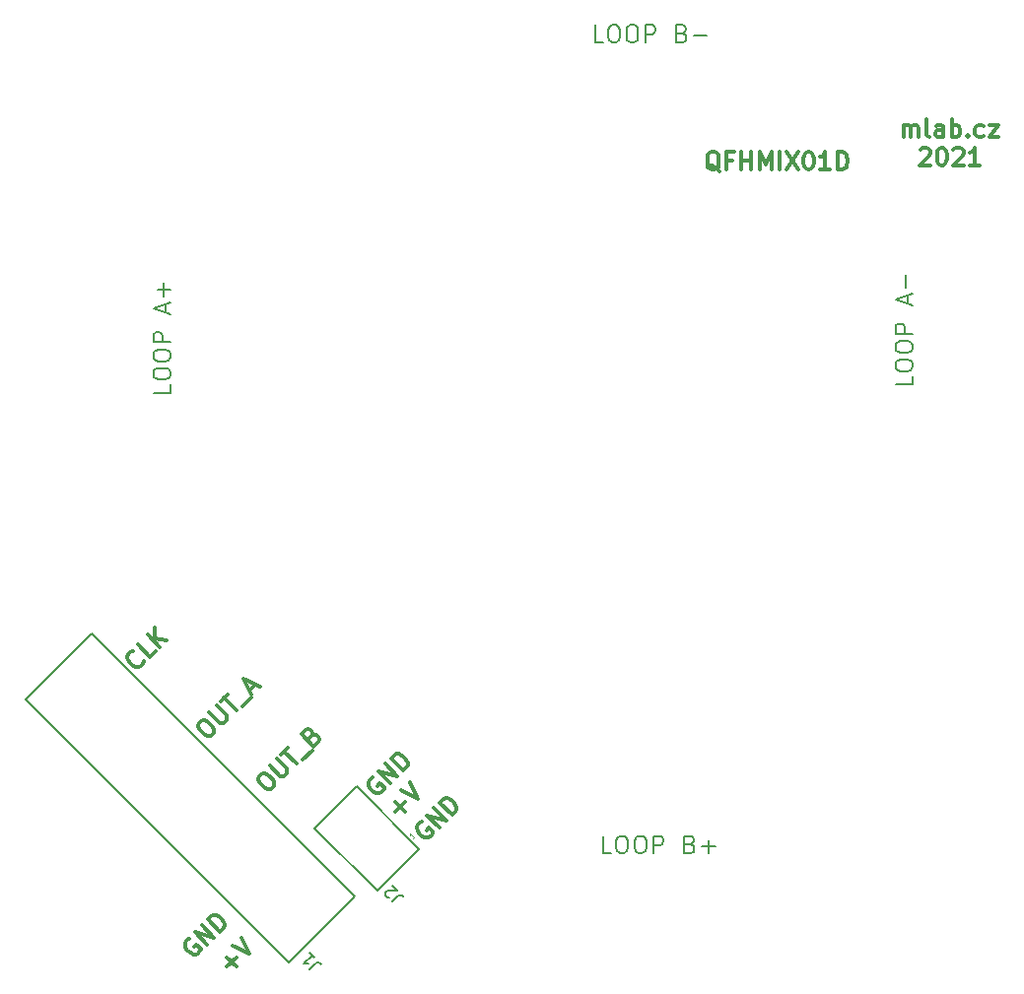
<source format=gbr>
%TF.GenerationSoftware,KiCad,Pcbnew,6.0.4-6f826c9f35~116~ubuntu20.04.1*%
%TF.CreationDate,2022-04-04T16:57:45+00:00*%
%TF.ProjectId,QFHMIX01D,5146484d-4958-4303-9144-2e6b69636164,REV 0.2*%
%TF.SameCoordinates,Original*%
%TF.FileFunction,Legend,Top*%
%TF.FilePolarity,Positive*%
%FSLAX46Y46*%
G04 Gerber Fmt 4.6, Leading zero omitted, Abs format (unit mm)*
G04 Created by KiCad (PCBNEW 6.0.4-6f826c9f35~116~ubuntu20.04.1) date 2022-04-04 16:57:45*
%MOMM*%
%LPD*%
G01*
G04 APERTURE LIST*
%ADD10C,0.300000*%
%ADD11C,0.200000*%
%ADD12C,0.150000*%
%ADD13C,0.050000*%
G04 APERTURE END LIST*
D10*
X138155131Y-120695391D02*
X138963253Y-119887269D01*
X138963253Y-120695391D02*
X138155131Y-119887269D01*
X138660208Y-118877116D02*
X140074421Y-119584223D01*
X139367314Y-118170009D01*
X140393547Y-121562791D02*
X140242024Y-121613299D01*
X140090502Y-121764822D01*
X139989486Y-121966852D01*
X139989486Y-122168883D01*
X140039994Y-122320406D01*
X140191517Y-122572944D01*
X140343040Y-122724467D01*
X140595578Y-122875990D01*
X140747101Y-122926497D01*
X140949131Y-122926497D01*
X141151162Y-122825482D01*
X141252177Y-122724467D01*
X141353192Y-122522436D01*
X141353192Y-122421421D01*
X140999639Y-122067868D01*
X140797608Y-122269898D01*
X141908776Y-122067868D02*
X140848116Y-121007208D01*
X142514868Y-121461776D01*
X141454208Y-120401116D01*
X143019944Y-120956700D02*
X141959284Y-119896040D01*
X142211822Y-119643502D01*
X142413852Y-119542486D01*
X142615883Y-119542486D01*
X142767406Y-119592994D01*
X143019944Y-119744517D01*
X143171467Y-119896040D01*
X143322990Y-120148578D01*
X143373497Y-120300101D01*
X143373497Y-120502131D01*
X143272482Y-120704162D01*
X143019944Y-120956700D01*
X120454547Y-131595791D02*
X120303024Y-131646299D01*
X120151502Y-131797822D01*
X120050486Y-131999852D01*
X120050486Y-132201883D01*
X120100994Y-132353406D01*
X120252517Y-132605944D01*
X120404040Y-132757467D01*
X120656578Y-132908990D01*
X120808101Y-132959497D01*
X121010131Y-132959497D01*
X121212162Y-132858482D01*
X121313177Y-132757467D01*
X121414192Y-132555436D01*
X121414192Y-132454421D01*
X121060639Y-132100868D01*
X120858608Y-132302898D01*
X121969776Y-132100868D02*
X120909116Y-131040208D01*
X122575868Y-131494776D01*
X121515208Y-130434116D01*
X123080944Y-130989700D02*
X122020284Y-129929040D01*
X122272822Y-129676502D01*
X122474852Y-129575486D01*
X122676883Y-129575486D01*
X122828406Y-129625994D01*
X123080944Y-129777517D01*
X123232467Y-129929040D01*
X123383990Y-130181578D01*
X123434497Y-130333101D01*
X123434497Y-130535131D01*
X123333482Y-130737162D01*
X123080944Y-130989700D01*
X123677131Y-134030391D02*
X124485253Y-133222269D01*
X124485253Y-134030391D02*
X123677131Y-133222269D01*
X124182208Y-132212116D02*
X125596421Y-132919223D01*
X124889314Y-131505009D01*
X116497461Y-107760152D02*
X116497461Y-107861167D01*
X116396446Y-108063198D01*
X116295431Y-108164213D01*
X116093400Y-108265228D01*
X115891370Y-108265228D01*
X115739847Y-108214721D01*
X115487309Y-108063198D01*
X115335786Y-107911675D01*
X115184263Y-107659137D01*
X115133755Y-107507614D01*
X115133755Y-107305583D01*
X115234771Y-107103553D01*
X115335786Y-107002538D01*
X115537816Y-106901522D01*
X115638832Y-106901522D01*
X117558122Y-106901522D02*
X117053045Y-107406599D01*
X115992385Y-106345938D01*
X117911675Y-106547969D02*
X116851015Y-105487309D01*
X118517766Y-105941877D02*
X117457106Y-105790355D01*
X117457106Y-104881217D02*
X117457106Y-106093400D01*
X126424111Y-117664213D02*
X126626141Y-117462183D01*
X126777664Y-117411675D01*
X126979694Y-117411675D01*
X127232233Y-117563198D01*
X127585786Y-117916751D01*
X127737309Y-118169289D01*
X127737309Y-118371320D01*
X127686801Y-118522843D01*
X127484771Y-118724873D01*
X127333248Y-118775381D01*
X127131217Y-118775381D01*
X126878679Y-118623858D01*
X126525126Y-118270305D01*
X126373603Y-118017766D01*
X126373603Y-117815736D01*
X126424111Y-117664213D01*
X127333248Y-116755076D02*
X128191877Y-117613705D01*
X128343400Y-117664213D01*
X128444416Y-117664213D01*
X128595938Y-117613705D01*
X128797969Y-117411675D01*
X128848477Y-117260152D01*
X128848477Y-117159137D01*
X128797969Y-117007614D01*
X127939339Y-116148984D01*
X128292893Y-115795431D02*
X128898984Y-115189339D01*
X129656599Y-116553045D02*
X128595938Y-115492385D01*
X130161675Y-116250000D02*
X130969797Y-115441877D01*
X130919289Y-114179187D02*
X131121320Y-114078172D01*
X131222335Y-114078172D01*
X131373858Y-114128679D01*
X131525381Y-114280202D01*
X131575888Y-114431725D01*
X131575888Y-114532740D01*
X131525381Y-114684263D01*
X131121320Y-115088324D01*
X130060660Y-114027664D01*
X130414213Y-113674111D01*
X130565736Y-113623603D01*
X130666751Y-113623603D01*
X130818274Y-113674111D01*
X130919289Y-113775126D01*
X130969797Y-113926649D01*
X130969797Y-114027664D01*
X130919289Y-114179187D01*
X130565736Y-114532740D01*
X166003114Y-65642228D02*
X165860257Y-65570800D01*
X165717400Y-65427942D01*
X165503114Y-65213657D01*
X165360257Y-65142228D01*
X165217400Y-65142228D01*
X165288828Y-65499371D02*
X165145971Y-65427942D01*
X165003114Y-65285085D01*
X164931685Y-64999371D01*
X164931685Y-64499371D01*
X165003114Y-64213657D01*
X165145971Y-64070800D01*
X165288828Y-63999371D01*
X165574542Y-63999371D01*
X165717400Y-64070800D01*
X165860257Y-64213657D01*
X165931685Y-64499371D01*
X165931685Y-64999371D01*
X165860257Y-65285085D01*
X165717400Y-65427942D01*
X165574542Y-65499371D01*
X165288828Y-65499371D01*
X167074542Y-64713657D02*
X166574542Y-64713657D01*
X166574542Y-65499371D02*
X166574542Y-63999371D01*
X167288828Y-63999371D01*
X167860257Y-65499371D02*
X167860257Y-63999371D01*
X167860257Y-64713657D02*
X168717400Y-64713657D01*
X168717400Y-65499371D02*
X168717400Y-63999371D01*
X169431685Y-65499371D02*
X169431685Y-63999371D01*
X169931685Y-65070800D01*
X170431685Y-63999371D01*
X170431685Y-65499371D01*
X171145971Y-65499371D02*
X171145971Y-63999371D01*
X171717400Y-63999371D02*
X172717400Y-65499371D01*
X172717400Y-63999371D02*
X171717400Y-65499371D01*
X173574542Y-63999371D02*
X173717400Y-63999371D01*
X173860257Y-64070800D01*
X173931685Y-64142228D01*
X174003114Y-64285085D01*
X174074542Y-64570800D01*
X174074542Y-64927942D01*
X174003114Y-65213657D01*
X173931685Y-65356514D01*
X173860257Y-65427942D01*
X173717400Y-65499371D01*
X173574542Y-65499371D01*
X173431685Y-65427942D01*
X173360257Y-65356514D01*
X173288828Y-65213657D01*
X173217400Y-64927942D01*
X173217400Y-64570800D01*
X173288828Y-64285085D01*
X173360257Y-64142228D01*
X173431685Y-64070800D01*
X173574542Y-63999371D01*
X175503114Y-65499371D02*
X174645971Y-65499371D01*
X175074542Y-65499371D02*
X175074542Y-63999371D01*
X174931685Y-64213657D01*
X174788828Y-64356514D01*
X174645971Y-64427942D01*
X176145971Y-65499371D02*
X176145971Y-63999371D01*
X176503114Y-63999371D01*
X176717400Y-64070800D01*
X176860257Y-64213657D01*
X176931685Y-64356514D01*
X177003114Y-64642228D01*
X177003114Y-64856514D01*
X176931685Y-65142228D01*
X176860257Y-65285085D01*
X176717400Y-65427942D01*
X176503114Y-65499371D01*
X176145971Y-65499371D01*
X121249872Y-113088452D02*
X121451902Y-112886421D01*
X121603425Y-112835913D01*
X121805456Y-112835913D01*
X122057994Y-112987436D01*
X122411547Y-113340990D01*
X122563070Y-113593528D01*
X122563070Y-113795558D01*
X122512563Y-113947081D01*
X122310532Y-114149112D01*
X122159009Y-114199619D01*
X121956979Y-114199619D01*
X121704441Y-114048097D01*
X121350887Y-113694543D01*
X121199364Y-113442005D01*
X121199364Y-113239975D01*
X121249872Y-113088452D01*
X122159009Y-112179314D02*
X123017639Y-113037944D01*
X123169162Y-113088452D01*
X123270177Y-113088452D01*
X123421700Y-113037944D01*
X123623730Y-112835913D01*
X123674238Y-112684391D01*
X123674238Y-112583375D01*
X123623730Y-112431852D01*
X122765101Y-111573223D01*
X123118654Y-111219669D02*
X123724746Y-110613578D01*
X124482360Y-111977284D02*
X123421700Y-110916624D01*
X124987436Y-111674238D02*
X125795558Y-110866116D01*
X125593528Y-110260024D02*
X126098604Y-109754948D01*
X125795558Y-110664086D02*
X125088452Y-109249872D01*
X126502665Y-109956979D01*
D11*
X182593371Y-83248000D02*
X182593371Y-83962285D01*
X181093371Y-83962285D01*
X181093371Y-82462285D02*
X181093371Y-82176571D01*
X181164800Y-82033714D01*
X181307657Y-81890857D01*
X181593371Y-81819428D01*
X182093371Y-81819428D01*
X182379085Y-81890857D01*
X182521942Y-82033714D01*
X182593371Y-82176571D01*
X182593371Y-82462285D01*
X182521942Y-82605142D01*
X182379085Y-82748000D01*
X182093371Y-82819428D01*
X181593371Y-82819428D01*
X181307657Y-82748000D01*
X181164800Y-82605142D01*
X181093371Y-82462285D01*
X181093371Y-80890857D02*
X181093371Y-80605142D01*
X181164800Y-80462285D01*
X181307657Y-80319428D01*
X181593371Y-80248000D01*
X182093371Y-80248000D01*
X182379085Y-80319428D01*
X182521942Y-80462285D01*
X182593371Y-80605142D01*
X182593371Y-80890857D01*
X182521942Y-81033714D01*
X182379085Y-81176571D01*
X182093371Y-81248000D01*
X181593371Y-81248000D01*
X181307657Y-81176571D01*
X181164800Y-81033714D01*
X181093371Y-80890857D01*
X182593371Y-79605142D02*
X181093371Y-79605142D01*
X181093371Y-79033714D01*
X181164800Y-78890857D01*
X181236228Y-78819428D01*
X181379085Y-78748000D01*
X181593371Y-78748000D01*
X181736228Y-78819428D01*
X181807657Y-78890857D01*
X181879085Y-79033714D01*
X181879085Y-79605142D01*
X182164800Y-77033714D02*
X182164800Y-76319428D01*
X182593371Y-77176571D02*
X181093371Y-76676571D01*
X182593371Y-76176571D01*
X182021942Y-75676571D02*
X182021942Y-74533714D01*
X156674857Y-124274971D02*
X155960571Y-124274971D01*
X155960571Y-122774971D01*
X157460571Y-122774971D02*
X157746285Y-122774971D01*
X157889142Y-122846400D01*
X158032000Y-122989257D01*
X158103428Y-123274971D01*
X158103428Y-123774971D01*
X158032000Y-124060685D01*
X157889142Y-124203542D01*
X157746285Y-124274971D01*
X157460571Y-124274971D01*
X157317714Y-124203542D01*
X157174857Y-124060685D01*
X157103428Y-123774971D01*
X157103428Y-123274971D01*
X157174857Y-122989257D01*
X157317714Y-122846400D01*
X157460571Y-122774971D01*
X159032000Y-122774971D02*
X159317714Y-122774971D01*
X159460571Y-122846400D01*
X159603428Y-122989257D01*
X159674857Y-123274971D01*
X159674857Y-123774971D01*
X159603428Y-124060685D01*
X159460571Y-124203542D01*
X159317714Y-124274971D01*
X159032000Y-124274971D01*
X158889142Y-124203542D01*
X158746285Y-124060685D01*
X158674857Y-123774971D01*
X158674857Y-123274971D01*
X158746285Y-122989257D01*
X158889142Y-122846400D01*
X159032000Y-122774971D01*
X160317714Y-124274971D02*
X160317714Y-122774971D01*
X160889142Y-122774971D01*
X161032000Y-122846400D01*
X161103428Y-122917828D01*
X161174857Y-123060685D01*
X161174857Y-123274971D01*
X161103428Y-123417828D01*
X161032000Y-123489257D01*
X160889142Y-123560685D01*
X160317714Y-123560685D01*
X163460571Y-123489257D02*
X163674857Y-123560685D01*
X163746285Y-123632114D01*
X163817714Y-123774971D01*
X163817714Y-123989257D01*
X163746285Y-124132114D01*
X163674857Y-124203542D01*
X163532000Y-124274971D01*
X162960571Y-124274971D01*
X162960571Y-122774971D01*
X163460571Y-122774971D01*
X163603428Y-122846400D01*
X163674857Y-122917828D01*
X163746285Y-123060685D01*
X163746285Y-123203542D01*
X163674857Y-123346400D01*
X163603428Y-123417828D01*
X163460571Y-123489257D01*
X162960571Y-123489257D01*
X164460571Y-123703542D02*
X165603428Y-123703542D01*
X165032000Y-124274971D02*
X165032000Y-123132114D01*
X155989057Y-54577371D02*
X155274771Y-54577371D01*
X155274771Y-53077371D01*
X156774771Y-53077371D02*
X157060485Y-53077371D01*
X157203342Y-53148800D01*
X157346200Y-53291657D01*
X157417628Y-53577371D01*
X157417628Y-54077371D01*
X157346200Y-54363085D01*
X157203342Y-54505942D01*
X157060485Y-54577371D01*
X156774771Y-54577371D01*
X156631914Y-54505942D01*
X156489057Y-54363085D01*
X156417628Y-54077371D01*
X156417628Y-53577371D01*
X156489057Y-53291657D01*
X156631914Y-53148800D01*
X156774771Y-53077371D01*
X158346200Y-53077371D02*
X158631914Y-53077371D01*
X158774771Y-53148800D01*
X158917628Y-53291657D01*
X158989057Y-53577371D01*
X158989057Y-54077371D01*
X158917628Y-54363085D01*
X158774771Y-54505942D01*
X158631914Y-54577371D01*
X158346200Y-54577371D01*
X158203342Y-54505942D01*
X158060485Y-54363085D01*
X157989057Y-54077371D01*
X157989057Y-53577371D01*
X158060485Y-53291657D01*
X158203342Y-53148800D01*
X158346200Y-53077371D01*
X159631914Y-54577371D02*
X159631914Y-53077371D01*
X160203342Y-53077371D01*
X160346200Y-53148800D01*
X160417628Y-53220228D01*
X160489057Y-53363085D01*
X160489057Y-53577371D01*
X160417628Y-53720228D01*
X160346200Y-53791657D01*
X160203342Y-53863085D01*
X159631914Y-53863085D01*
X162774771Y-53791657D02*
X162989057Y-53863085D01*
X163060485Y-53934514D01*
X163131914Y-54077371D01*
X163131914Y-54291657D01*
X163060485Y-54434514D01*
X162989057Y-54505942D01*
X162846200Y-54577371D01*
X162274771Y-54577371D01*
X162274771Y-53077371D01*
X162774771Y-53077371D01*
X162917628Y-53148800D01*
X162989057Y-53220228D01*
X163060485Y-53363085D01*
X163060485Y-53505942D01*
X162989057Y-53648800D01*
X162917628Y-53720228D01*
X162774771Y-53791657D01*
X162274771Y-53791657D01*
X163774771Y-54005942D02*
X164917628Y-54005942D01*
X118839371Y-83984600D02*
X118839371Y-84698885D01*
X117339371Y-84698885D01*
X117339371Y-83198885D02*
X117339371Y-82913171D01*
X117410800Y-82770314D01*
X117553657Y-82627457D01*
X117839371Y-82556028D01*
X118339371Y-82556028D01*
X118625085Y-82627457D01*
X118767942Y-82770314D01*
X118839371Y-82913171D01*
X118839371Y-83198885D01*
X118767942Y-83341742D01*
X118625085Y-83484600D01*
X118339371Y-83556028D01*
X117839371Y-83556028D01*
X117553657Y-83484600D01*
X117410800Y-83341742D01*
X117339371Y-83198885D01*
X117339371Y-81627457D02*
X117339371Y-81341742D01*
X117410800Y-81198885D01*
X117553657Y-81056028D01*
X117839371Y-80984600D01*
X118339371Y-80984600D01*
X118625085Y-81056028D01*
X118767942Y-81198885D01*
X118839371Y-81341742D01*
X118839371Y-81627457D01*
X118767942Y-81770314D01*
X118625085Y-81913171D01*
X118339371Y-81984600D01*
X117839371Y-81984600D01*
X117553657Y-81913171D01*
X117410800Y-81770314D01*
X117339371Y-81627457D01*
X118839371Y-80341742D02*
X117339371Y-80341742D01*
X117339371Y-79770314D01*
X117410800Y-79627457D01*
X117482228Y-79556028D01*
X117625085Y-79484600D01*
X117839371Y-79484600D01*
X117982228Y-79556028D01*
X118053657Y-79627457D01*
X118125085Y-79770314D01*
X118125085Y-80341742D01*
X118410800Y-77770314D02*
X118410800Y-77056028D01*
X118839371Y-77913171D02*
X117339371Y-77413171D01*
X118839371Y-76913171D01*
X118267942Y-76413171D02*
X118267942Y-75270314D01*
X118839371Y-75841742D02*
X117696514Y-75841742D01*
D10*
X181801000Y-62717071D02*
X181801000Y-61717071D01*
X181801000Y-61859928D02*
X181872428Y-61788500D01*
X182015285Y-61717071D01*
X182229571Y-61717071D01*
X182372428Y-61788500D01*
X182443857Y-61931357D01*
X182443857Y-62717071D01*
X182443857Y-61931357D02*
X182515285Y-61788500D01*
X182658142Y-61717071D01*
X182872428Y-61717071D01*
X183015285Y-61788500D01*
X183086714Y-61931357D01*
X183086714Y-62717071D01*
X184015285Y-62717071D02*
X183872428Y-62645642D01*
X183801000Y-62502785D01*
X183801000Y-61217071D01*
X185229571Y-62717071D02*
X185229571Y-61931357D01*
X185158142Y-61788500D01*
X185015285Y-61717071D01*
X184729571Y-61717071D01*
X184586714Y-61788500D01*
X185229571Y-62645642D02*
X185086714Y-62717071D01*
X184729571Y-62717071D01*
X184586714Y-62645642D01*
X184515285Y-62502785D01*
X184515285Y-62359928D01*
X184586714Y-62217071D01*
X184729571Y-62145642D01*
X185086714Y-62145642D01*
X185229571Y-62074214D01*
X185943857Y-62717071D02*
X185943857Y-61217071D01*
X185943857Y-61788500D02*
X186086714Y-61717071D01*
X186372428Y-61717071D01*
X186515285Y-61788500D01*
X186586714Y-61859928D01*
X186658142Y-62002785D01*
X186658142Y-62431357D01*
X186586714Y-62574214D01*
X186515285Y-62645642D01*
X186372428Y-62717071D01*
X186086714Y-62717071D01*
X185943857Y-62645642D01*
X187301000Y-62574214D02*
X187372428Y-62645642D01*
X187301000Y-62717071D01*
X187229571Y-62645642D01*
X187301000Y-62574214D01*
X187301000Y-62717071D01*
X188658142Y-62645642D02*
X188515285Y-62717071D01*
X188229571Y-62717071D01*
X188086714Y-62645642D01*
X188015285Y-62574214D01*
X187943857Y-62431357D01*
X187943857Y-62002785D01*
X188015285Y-61859928D01*
X188086714Y-61788500D01*
X188229571Y-61717071D01*
X188515285Y-61717071D01*
X188658142Y-61788500D01*
X189158142Y-61717071D02*
X189943857Y-61717071D01*
X189158142Y-62717071D01*
X189943857Y-62717071D01*
X183229571Y-63774928D02*
X183301000Y-63703500D01*
X183443857Y-63632071D01*
X183801000Y-63632071D01*
X183943857Y-63703500D01*
X184015285Y-63774928D01*
X184086714Y-63917785D01*
X184086714Y-64060642D01*
X184015285Y-64274928D01*
X183158142Y-65132071D01*
X184086714Y-65132071D01*
X185015285Y-63632071D02*
X185158142Y-63632071D01*
X185301000Y-63703500D01*
X185372428Y-63774928D01*
X185443857Y-63917785D01*
X185515285Y-64203500D01*
X185515285Y-64560642D01*
X185443857Y-64846357D01*
X185372428Y-64989214D01*
X185301000Y-65060642D01*
X185158142Y-65132071D01*
X185015285Y-65132071D01*
X184872428Y-65060642D01*
X184801000Y-64989214D01*
X184729571Y-64846357D01*
X184658142Y-64560642D01*
X184658142Y-64203500D01*
X184729571Y-63917785D01*
X184801000Y-63774928D01*
X184872428Y-63703500D01*
X185015285Y-63632071D01*
X186086714Y-63774928D02*
X186158142Y-63703500D01*
X186301000Y-63632071D01*
X186658142Y-63632071D01*
X186801000Y-63703500D01*
X186872428Y-63774928D01*
X186943857Y-63917785D01*
X186943857Y-64060642D01*
X186872428Y-64274928D01*
X186015285Y-65132071D01*
X186943857Y-65132071D01*
X188372428Y-65132071D02*
X187515285Y-65132071D01*
X187943857Y-65132071D02*
X187943857Y-63632071D01*
X187801000Y-63846357D01*
X187658142Y-63989214D01*
X187515285Y-64060642D01*
X136202547Y-117752791D02*
X136051024Y-117803299D01*
X135899502Y-117954822D01*
X135798486Y-118156852D01*
X135798486Y-118358883D01*
X135848994Y-118510406D01*
X136000517Y-118762944D01*
X136152040Y-118914467D01*
X136404578Y-119065990D01*
X136556101Y-119116497D01*
X136758131Y-119116497D01*
X136960162Y-119015482D01*
X137061177Y-118914467D01*
X137162192Y-118712436D01*
X137162192Y-118611421D01*
X136808639Y-118257868D01*
X136606608Y-118459898D01*
X137717776Y-118257868D02*
X136657116Y-117197208D01*
X138323868Y-117651776D01*
X137263208Y-116591116D01*
X138828944Y-117146700D02*
X137768284Y-116086040D01*
X138020822Y-115833502D01*
X138222852Y-115732486D01*
X138424883Y-115732486D01*
X138576406Y-115782994D01*
X138828944Y-115934517D01*
X138980467Y-116086040D01*
X139131990Y-116338578D01*
X139182497Y-116490101D01*
X139182497Y-116692131D01*
X139081482Y-116894162D01*
X138828944Y-117146700D01*
D12*
%TO.C,J1*%
X130783567Y-134252216D02*
X131288643Y-133747140D01*
X131423330Y-133679796D01*
X131558017Y-133679796D01*
X131692704Y-133747140D01*
X131760047Y-133814483D01*
X130783567Y-132838002D02*
X131187628Y-133242063D01*
X130985597Y-133040033D02*
X130278490Y-133747140D01*
X130446849Y-133713468D01*
X130581536Y-133713468D01*
X130682551Y-133747140D01*
%TO.C,J2*%
X137859014Y-128426576D02*
X138364090Y-127921500D01*
X138498777Y-127854156D01*
X138633464Y-127854156D01*
X138768151Y-127921500D01*
X138835494Y-127988843D01*
X137623311Y-128056187D02*
X137555968Y-128056187D01*
X137454953Y-128022515D01*
X137286594Y-127854156D01*
X137252922Y-127753141D01*
X137252922Y-127685797D01*
X137286594Y-127584782D01*
X137353937Y-127517439D01*
X137488624Y-127450095D01*
X138296746Y-127450095D01*
X137859014Y-127012362D01*
D13*
X139809266Y-122801717D02*
X139607235Y-123003748D01*
X139708250Y-122902732D02*
X139354697Y-122549179D01*
X139371533Y-122633358D01*
X139371533Y-122700702D01*
X139354697Y-122751209D01*
D12*
%TO.C,J1*%
X112028861Y-105343722D02*
X134656278Y-127971139D01*
X128971139Y-133656278D02*
X106343722Y-111028861D01*
X134656278Y-127971139D02*
X128971139Y-133656278D01*
X112028861Y-105343722D02*
X106343722Y-111028861D01*
%TO.C,J2*%
X136584826Y-127502328D02*
X131196672Y-122114174D01*
X134788774Y-118522072D02*
X140176928Y-123910226D01*
X140176928Y-123910226D02*
X136584826Y-127502328D01*
X131196672Y-122114174D02*
X134788774Y-118522072D01*
%TD*%
M02*

</source>
